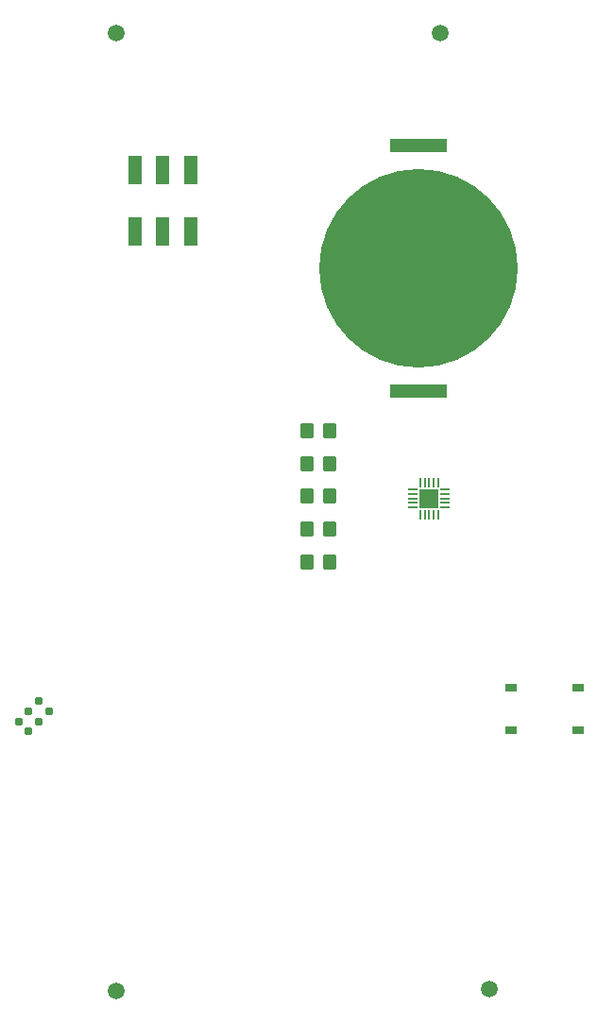
<source format=gbp>
G04 Layer: BottomPasteMaskLayer*
G04 EasyEDA Pro v2.2.43.4, 2025-11-10 11:02:42*
G04 Gerber Generator version 0.3*
G04 Scale: 100 percent, Rotated: No, Reflected: No*
G04 Dimensions in millimeters*
G04 Leading zeros omitted, absolute positions, 4 integers and 5 decimals*
G04 Generated by one-click*
%FSLAX45Y45*%
%MOMM*%
%AMRoundRect*1,1,$1,$2,$3*1,1,$1,$4,$5*1,1,$1,0-$2,0-$3*1,1,$1,0-$4,0-$5*20,1,$1,$2,$3,$4,$5,0*20,1,$1,$4,$5,0-$2,0-$3,0*20,1,$1,0-$2,0-$3,0-$4,0-$5,0*20,1,$1,0-$4,0-$5,$2,$3,0*4,1,4,$2,$3,$4,$5,0-$2,0-$3,0-$4,0-$5,$2,$3,0*%
%ADD10C,1.5*%
%ADD11RoundRect,0.5X-0.35X0.45X0.35X0.45*%
%ADD12R,5.08X1.27*%
%ADD13C,17.8*%
%ADD14R,1.0X0.7*%
%ADD15R,1.2X2.5*%
%ADD16RoundRect,0.055X-0.3775X0.0825X0.3775X0.0825*%
%ADD17RoundRect,0.055X-0.0825X0.3775X0.0825X0.3775*%
%ADD18R,1.7X1.7*%
%ADD19C,0.7945*%
%ADD20C,0.787*%
G75*


G04 PolygonModel Start*
G36*
G01X15458500Y-9619000D02*
G01X15350500Y-9619000D01*
G01X15350500Y-9727000D01*
G01X15458500Y-9727000D01*
G01X15458500Y-9619000D01*
G37*

G04 Pad Start*
G54D10*
G01X12600000Y-14090000D03*
G01X15940000Y-14070000D03*
G01X12600000Y-5500000D03*
G01X15500000Y-5500000D03*
G54D11*
G01X14514000Y-9949000D03*
G01X14314000Y-9949000D03*
G54D12*
G01X15310000Y-6511500D03*
G01X15310000Y-8708500D03*
G54D13*
G01X15310000Y-7610000D03*
G54D14*
G01X16737000Y-11373000D03*
G01X16137000Y-11373000D03*
G01X16737000Y-11753000D03*
G01X16137000Y-11753000D03*
G54D11*
G01X14514000Y-10244000D03*
G01X14314000Y-10244000D03*
G54D15*
G01X13265000Y-7280000D03*
G01X13265000Y-6730000D03*
G01X13015000Y-7280000D03*
G01X13015000Y-6730000D03*
G01X12765000Y-7280000D03*
G01X12765000Y-6730000D03*
G54D16*
G01X15549500Y-9593000D03*
G01X15549500Y-9633000D03*
G01X15549500Y-9673000D03*
G01X15549500Y-9713000D03*
G01X15549500Y-9753000D03*
G54D17*
G01X15484500Y-9818000D03*
G01X15444500Y-9818000D03*
G01X15404500Y-9818000D03*
G01X15364500Y-9818000D03*
G01X15324500Y-9818000D03*
G54D16*
G01X15259500Y-9753000D03*
G01X15259500Y-9713000D03*
G01X15259500Y-9673000D03*
G01X15259500Y-9633000D03*
G01X15259500Y-9593000D03*
G54D17*
G01X15324500Y-9528000D03*
G01X15364500Y-9528000D03*
G01X15404500Y-9528000D03*
G01X15444500Y-9528000D03*
G01X15484500Y-9528000D03*
G54D18*
G01X15404500Y-9673000D03*
G54D11*
G01X14514000Y-9359000D03*
G01X14314000Y-9359000D03*
G01X14514000Y-9654000D03*
G01X14314000Y-9654000D03*
G54D20*
G01X11725296Y-11670901D03*
G01X11815099Y-11760704D03*
G01X11815099Y-11581099D03*
G01X11904901Y-11670901D03*
G01X11904901Y-11491296D03*
G01X11994704Y-11581099D03*
G54D11*
G01X14514000Y-9064000D03*
G01X14314000Y-9064000D03*
G04 Pad End*

M02*


</source>
